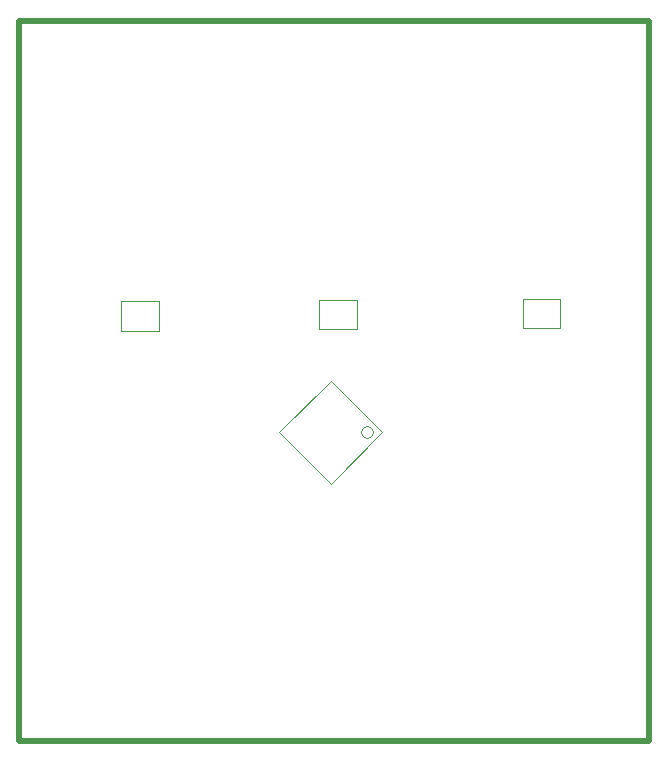
<source format=gm1>
G04 Layer_Color=16711935*
%FSLAX25Y25*%
%MOIN*%
G70*
G01*
G75*
%ADD68C,0.01969*%
%ADD104C,0.00394*%
D68*
X-10000Y0D02*
Y240000D01*
X200000D01*
Y0D02*
Y240000D01*
X-10000Y0D02*
X200000D01*
D104*
X107974Y102869D02*
X107711Y103853D01*
X106990Y104574D01*
X106006Y104838D01*
X105022Y104574D01*
X104301Y103853D01*
X104037Y102869D01*
X104301Y101885D01*
X105022Y101164D01*
X106006Y100900D01*
X106990Y101164D01*
X107711Y101885D01*
X107974Y102869D01*
X89992Y137179D02*
Y147021D01*
X102591D02*
X102591Y137179D01*
X89992D02*
X102591D01*
X89992Y147021D02*
X102591D01*
X93896Y119990D02*
X111017Y102869D01*
X76775D02*
X93896Y85748D01*
X111017Y102869D01*
X76775D02*
X93896Y119990D01*
X170491Y147321D02*
X170491Y137479D01*
X157892Y147321D02*
X157892Y137479D01*
X157892Y147321D02*
X170491D01*
X157892Y137479D02*
X170491Y137479D01*
X36799Y136779D02*
Y146621D01*
X24201Y136779D02*
Y146621D01*
X36799D01*
X24201Y136779D02*
X36799Y136779D01*
M02*

</source>
